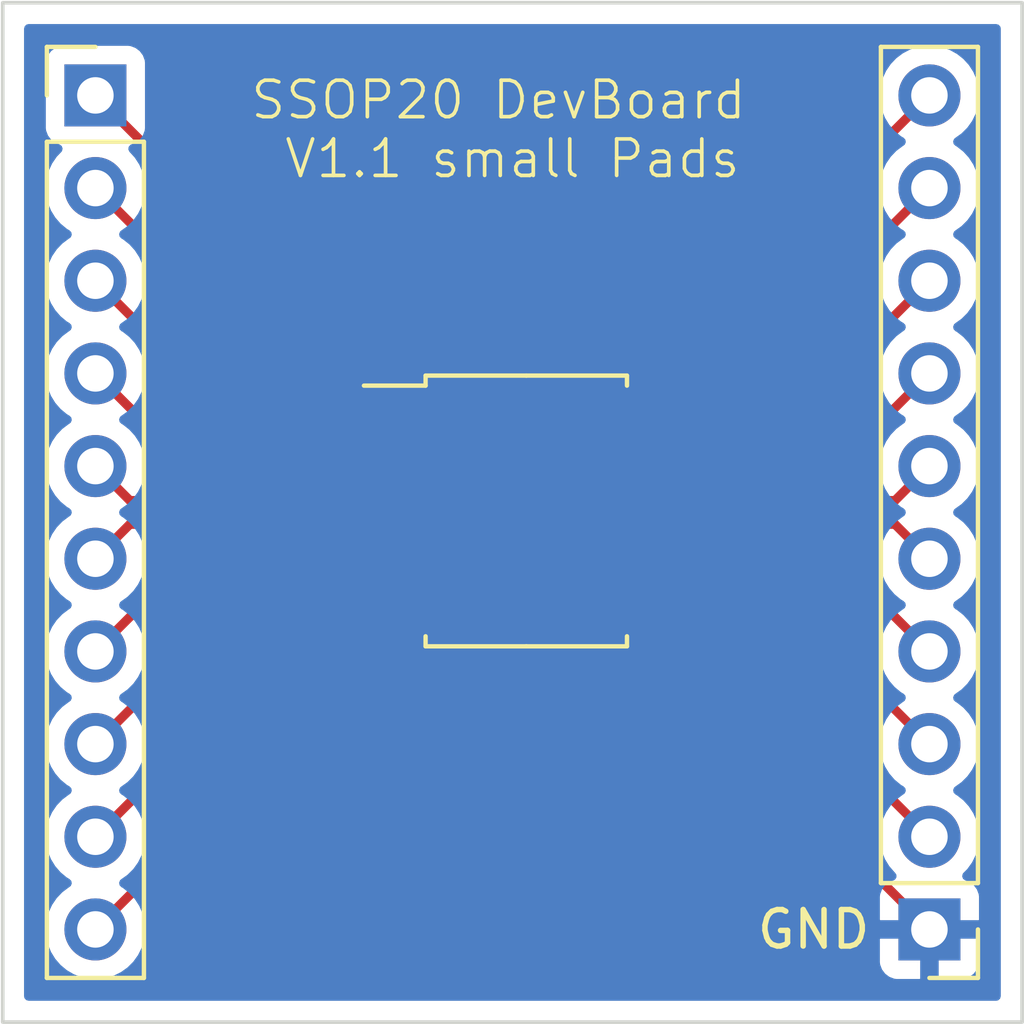
<source format=kicad_pcb>
(kicad_pcb (version 20211014) (generator pcbnew)
  (layers (0 "F.Cu" signal) (31 "B.Cu" signal) (34 "B.Paste" user) (35 "F.Paste" user) (36 "B.SilkS" user "B.Silkscreen") (37 "F.SilkS" user "F.Silkscreen") (38 "B.Mask" user) (39 "F.Mask" user) (44 "Edge.Cuts" user))
  (net 0 "")
  (net 1 "Net-(J1-Pad1)")
  (net 2 "Net-(J1-Pad2)")
  (net 3 "Net-(J1-Pad3)")
  (net 4 "Net-(J1-Pad4)")
  (net 5 "Net-(J1-Pad5)")
  (net 6 "Net-(J1-Pad6)")
  (net 7 "Net-(J1-Pad7)")
  (net 8 "Net-(J1-Pad8)")
  (net 9 "Net-(J1-Pad9)")
  (net 10 "Net-(J1-Pad10)")
  (net 11 "Net-(J2-Pad1)")
  (net 12 "Net-(J2-Pad2)")
  (net 13 "Net-(J2-Pad3)")
  (net 14 "Net-(J2-Pad4)")
  (net 15 "Net-(J2-Pad5)")
  (net 16 "Net-(J2-Pad6)")
  (net 17 "Net-(J2-Pad7)")
  (net 18 "Net-(J2-Pad8)")
  (net 19 "Net-(J2-Pad9)")
  (net 20 "Net-(J2-Pad10)")
  (footprint "MCP3910:MCP310" (layer "F.Cu") (at 90.17 66.04)
    (fp_text reference "U1" hide)
    (fp_text value "AD" hide)
    (fp_line (start 3.14 4.94) (end 3.14 4.665) (layer "F.SilkS") (width 0.12))
    (fp_line (start 0.38 4.94) (end -2.38 4.94) (layer "F.SilkS") (width 0.12))
    (fp_line (start 0.38 -2.48) (end 3.14 -2.48) (layer "F.SilkS") (width 0.12))
    (fp_line (start 3.14 -2.48) (end 3.14 -2.205) (layer "F.SilkS") (width 0.12))
    (fp_line (start -2.38 -2.48) (end -2.38 -2.205) (layer "F.SilkS") (width 0.12))
    (fp_line (start -2.38 4.94) (end -2.38 4.665) (layer "F.SilkS") (width 0.12))
    (fp_line (start -2.38 -2.205) (end -4.07 -2.205) (layer "F.SilkS") (width 0.12))
    (fp_line (start 0.38 -2.48) (end -2.38 -2.48) (layer "F.SilkS") (width 0.12))
    (fp_line (start 0.38 4.94) (end 3.14 4.94) (layer "F.SilkS") (width 0.12))
    (pad "1" smd roundrect (at -3.12 -1.695) (size 1.75 0.4) (layers "F.Cu" "F.Paste" "F.Mask") (net 1 "Net-(J1-Pad1)"))
    (pad "2" smd roundrect (at -3.12 -1.045) (size 1.75 0.4) (layers "F.Cu" "F.Paste" "F.Mask") (net 2 "Net-(J1-Pad2)"))
    (pad "3" smd roundrect (at -3.12 -0.395) (size 1.75 0.4) (layers "F.Cu" "F.Paste" "F.Mask") (net 3 "Net-(J1-Pad3)"))
    (pad "4" smd roundrect (at -3.12 0.255) (size 1.75 0.4) (layers "F.Cu" "F.Paste" "F.Mask") (net 4 "Net-(J1-Pad4)"))
    (pad "5" smd roundrect (at -3.12 0.905) (size 1.75 0.4) (layers "F.Cu" "F.Paste" "F.Mask") (net 5 "Net-(J1-Pad5)"))
    (pad "6" smd roundrect (at -3.12 1.555) (size 1.75 0.4) (layers "F.Cu" "F.Paste" "F.Mask") (net 6 "Net-(J1-Pad6)"))
    (pad "7" smd roundrect (at -3.12 2.205) (size 1.75 0.4) (layers "F.Cu" "F.Paste" "F.Mask") (net 7 "Net-(J1-Pad7)"))
    (pad "8" smd roundrect (at -3.12 2.855) (size 1.75 0.4) (layers "F.Cu" "F.Paste" "F.Mask") (net 8 "Net-(J1-Pad8)"))
    (pad "9" smd roundrect (at -3.12 3.505) (size 1.75 0.4) (layers "F.Cu" "F.Paste" "F.Mask") (net 9 "Net-(J1-Pad9)"))
    (pad "10" smd roundrect (at -3.12 4.155) (size 1.75 0.4) (layers "F.Cu" "F.Paste" "F.Mask") (net 10 "Net-(J1-Pad10)"))
    (pad "11" smd roundrect (at 3.88 4.155) (size 1.75 0.4) (layers "F.Cu" "F.Paste" "F.Mask") (net 11 "Net-(J2-Pad1)"))
    (pad "12" smd roundrect (at 3.88 3.505) (size 1.75 0.4) (layers "F.Cu" "F.Paste" "F.Mask") (net 12 "Net-(J2-Pad2)"))
    (pad "13" smd roundrect (at 3.88 2.855) (size 1.75 0.4) (layers "F.Cu" "F.Paste" "F.Mask") (net 13 "Net-(J2-Pad3)"))
    (pad "14" smd roundrect (at 3.88 2.205) (size 1.75 0.4) (layers "F.Cu" "F.Paste" "F.Mask") (net 14 "Net-(J2-Pad4)"))
    (pad "15" smd roundrect (at 3.88 1.555) (size 1.75 0.4) (layers "F.Cu" "F.Paste" "F.Mask") (net 15 "Net-(J2-Pad5)"))
    (pad "16" smd roundrect (at 3.88 0.905) (size 1.75 0.4) (layers "F.Cu" "F.Paste" "F.Mask") (net 16 "Net-(J2-Pad6)"))
    (pad "17" smd roundrect (at 3.88 0.255) (size 1.75 0.4) (layers "F.Cu" "F.Paste" "F.Mask") (net 17 "Net-(J2-Pad7)"))
    (pad "18" smd roundrect (at 3.88 -0.395) (size 1.75 0.4) (layers "F.Cu" "F.Paste" "F.Mask") (net 18 "Net-(J2-Pad8)"))
    (pad "19" smd roundrect (at 3.88 -1.045) (size 1.75 0.4) (layers "F.Cu" "F.Paste" "F.Mask") (net 19 "Net-(J2-Pad9)"))
    (pad "20" smd roundrect (at 3.88 -1.695) (size 1.75 0.4) (layers "F.Cu" "F.Paste" "F.Mask") (net 20 "Net-(J2-Pad10)"))
  )
  (footprint "Connector_PinHeader_2.54mm:PinHeader_1x10_P2.54mm_Vertical" (layer "F.Cu") (at 78.74 55.88)
    (fp_text reference "J1" hide)
    (fp_text value "Conn_01x10_Male" hide)
    (fp_line (start -1.33 1.27) (end -1.33 24.19) (layer "F.SilkS") (width 0.12))
    (fp_line (start -1.33 1.27) (end 1.33 1.27) (layer "F.SilkS") (width 0.12))
    (fp_line (start 1.33 1.27) (end 1.33 24.19) (layer "F.SilkS") (width 0.12))
    (fp_line (start -1.33 24.19) (end 1.33 24.19) (layer "F.SilkS") (width 0.12))
    (fp_line (start -1.33 -1.33) (end 0 -1.33) (layer "F.SilkS") (width 0.12))
    (fp_line (start -1.33 0) (end -1.33 -1.33) (layer "F.SilkS") (width 0.12))
    (pad "1" thru_hole rect (at 0 0) (size 1.7 1.7) (drill 1) (layers *.Cu *.Mask) (net 1 "Net-(J1-Pad1)"))
    (pad "2" thru_hole oval (at 0 2.54) (size 1.7 1.7) (drill 1) (layers *.Cu *.Mask) (net 2 "Net-(J1-Pad2)"))
    (pad "3" thru_hole oval (at 0 5.08) (size 1.7 1.7) (drill 1) (layers *.Cu *.Mask) (net 3 "Net-(J1-Pad3)"))
    (pad "4" thru_hole oval (at 0 7.62) (size 1.7 1.7) (drill 1) (layers *.Cu *.Mask) (net 4 "Net-(J1-Pad4)"))
    (pad "5" thru_hole oval (at 0 10.16) (size 1.7 1.7) (drill 1) (layers *.Cu *.Mask) (net 5 "Net-(J1-Pad5)"))
    (pad "6" thru_hole oval (at 0 12.7) (size 1.7 1.7) (drill 1) (layers *.Cu *.Mask) (net 6 "Net-(J1-Pad6)"))
    (pad "7" thru_hole oval (at 0 15.24) (size 1.7 1.7) (drill 1) (layers *.Cu *.Mask) (net 7 "Net-(J1-Pad7)"))
    (pad "8" thru_hole oval (at 0 17.78) (size 1.7 1.7) (drill 1) (layers *.Cu *.Mask) (net 8 "Net-(J1-Pad8)"))
    (pad "9" thru_hole oval (at 0 20.32) (size 1.7 1.7) (drill 1) (layers *.Cu *.Mask) (net 9 "Net-(J1-Pad9)"))
    (pad "10" thru_hole oval (at 0 22.86) (size 1.7 1.7) (drill 1) (layers *.Cu *.Mask) (net 10 "Net-(J1-Pad10)"))
  )
  (footprint "Connector_PinHeader_2.54mm:PinHeader_1x10_P2.54mm_Vertical" (layer "F.Cu") (at 101.6 78.74 180)
    (fp_text reference "J2" hide)
    (fp_text value "Conn_01x10_Male" hide)
    (fp_line (start -1.33 1.27) (end -1.33 24.19) (layer "F.SilkS") (width 0.12))
    (fp_line (start -1.33 1.27) (end 1.33 1.27) (layer "F.SilkS") (width 0.12))
    (fp_line (start -1.33 -1.33) (end 0 -1.33) (layer "F.SilkS") (width 0.12))
    (fp_line (start 1.33 1.27) (end 1.33 24.19) (layer "F.SilkS") (width 0.12))
    (fp_line (start -1.33 0) (end -1.33 -1.33) (layer "F.SilkS") (width 0.12))
    (fp_line (start -1.33 24.19) (end 1.33 24.19) (layer "F.SilkS") (width 0.12))
    (pad "1" thru_hole rect (at 0 0 180) (size 1.7 1.7) (drill 1) (layers *.Cu *.Mask) (net 11 "Net-(J2-Pad1)"))
    (pad "2" thru_hole oval (at 0 2.54 180) (size 1.7 1.7) (drill 1) (layers *.Cu *.Mask) (net 12 "Net-(J2-Pad2)"))
    (pad "3" thru_hole oval (at 0 5.08 180) (size 1.7 1.7) (drill 1) (layers *.Cu *.Mask) (net 13 "Net-(J2-Pad3)"))
    (pad "4" thru_hole oval (at 0 7.62 180) (size 1.7 1.7) (drill 1) (layers *.Cu *.Mask) (net 14 "Net-(J2-Pad4)"))
    (pad "5" thru_hole oval (at 0 10.16 180) (size 1.7 1.7) (drill 1) (layers *.Cu *.Mask) (net 15 "Net-(J2-Pad5)"))
    (pad "6" thru_hole oval (at 0 12.7 180) (size 1.7 1.7) (drill 1) (layers *.Cu *.Mask) (net 16 "Net-(J2-Pad6)"))
    (pad "7" thru_hole oval (at 0 15.24 180) (size 1.7 1.7) (drill 1) (layers *.Cu *.Mask) (net 17 "Net-(J2-Pad7)"))
    (pad "8" thru_hole oval (at 0 17.78 180) (size 1.7 1.7) (drill 1) (layers *.Cu *.Mask) (net 18 "Net-(J2-Pad8)"))
    (pad "9" thru_hole oval (at 0 20.32 180) (size 1.7 1.7) (drill 1) (layers *.Cu *.Mask) (net 19 "Net-(J2-Pad9)"))
    (pad "10" thru_hole oval (at 0 22.86 180) (size 1.7 1.7) (drill 1) (layers *.Cu *.Mask) (net 20 "Net-(J2-Pad10)"))
  )
  (gr_rect (start 104.14 53.34) (end 76.2 81.28) (layer "Edge.Cuts") (width 0.1) (fill none))
  (gr_text "SSOP20 DevBoard \nV1.1 small Pads\n\n\n" (at 90.17 58.42) (layer "F.SilkS") (effects (font (size 1 1) (thickness 0.1))))
  (gr_text "GND\n" (at 98.425 78.74) (layer "F.SilkS") (effects (font (size 1 1))))
  (segment (start 86.67 63.81) (end 78.74 55.88) (width 0.25) (layer "F.Cu") (net 1))
  (segment (start 86.67 64.385) (end 86.67 63.81) (width 0.25) (layer "F.Cu") (net 1))
  (segment (start 86.67 65.035) (end 85.355 65.035) (width 0.25) (layer "F.Cu") (net 2))
  (segment (start 85.355 65.035) (end 78.74 58.42) (width 0.25) (layer "F.Cu") (net 2))
  (segment (start 86.67 65.685) (end 83.465 65.685) (width 0.25) (layer "F.Cu") (net 3))
  (segment (start 83.465 65.685) (end 78.74 60.96) (width 0.25) (layer "F.Cu") (net 3))
  (segment (start 81.575 66.335) (end 78.74 63.5) (width 0.25) (layer "F.Cu") (net 4))
  (segment (start 86.67 66.335) (end 81.575 66.335) (width 0.25) (layer "F.Cu") (net 4))
  (segment (start 86.67 66.985) (end 79.685 66.985) (width 0.25) (layer "F.Cu") (net 5))
  (segment (start 79.685 66.985) (end 78.74 66.04) (width 0.25) (layer "F.Cu") (net 5))
  (segment (start 86.67 67.635) (end 79.685 67.635) (width 0.25) (layer "F.Cu") (net 6))
  (segment (start 79.685 67.635) (end 78.74 68.58) (width 0.25) (layer "F.Cu") (net 6))
  (segment (start 81.575 68.285) (end 78.74 71.12) (width 0.25) (layer "F.Cu") (net 7))
  (segment (start 86.67 68.285) (end 81.575 68.285) (width 0.25) (layer "F.Cu") (net 7))
  (segment (start 86.67 68.935) (end 83.465 68.935) (width 0.25) (layer "F.Cu") (net 8))
  (segment (start 83.465 68.935) (end 78.74 73.66) (width 0.25) (layer "F.Cu") (net 8))
  (segment (start 86.67 69.585) (end 85.355 69.585) (width 0.25) (layer "F.Cu") (net 9))
  (segment (start 85.355 69.585) (end 78.74 76.2) (width 0.25) (layer "F.Cu") (net 9))
  (segment (start 86.67 70.81) (end 78.74 78.74) (width 0.25) (layer "F.Cu") (net 10))
  (segment (start 86.67 70.235) (end 86.67 70.81) (width 0.25) (layer "F.Cu") (net 10))
  (segment (start 93.67 70.81) (end 101.6 78.74) (width 0.25) (layer "F.Cu") (net 11))
  (segment (start 93.67 70.235) (end 93.67 70.81) (width 0.25) (layer "F.Cu") (net 11))
  (segment (start 94.985 69.585) (end 101.6 76.2) (width 0.25) (layer "F.Cu") (net 12))
  (segment (start 93.67 69.585) (end 94.985 69.585) (width 0.25) (layer "F.Cu") (net 12))
  (segment (start 93.67 68.935) (end 96.875 68.935) (width 0.25) (layer "F.Cu") (net 13))
  (segment (start 96.875 68.935) (end 101.6 73.66) (width 0.25) (layer "F.Cu") (net 13))
  (segment (start 93.67 68.285) (end 98.765 68.285) (width 0.25) (layer "F.Cu") (net 14))
  (segment (start 98.765 68.285) (end 101.6 71.12) (width 0.25) (layer "F.Cu") (net 14))
  (segment (start 93.67 67.635) (end 100.655 67.635) (width 0.25) (layer "F.Cu") (net 15))
  (segment (start 100.655 67.635) (end 101.6 68.58) (width 0.25) (layer "F.Cu") (net 15))
  (segment (start 93.67 66.985) (end 100.655 66.985) (width 0.25) (layer "F.Cu") (net 16))
  (segment (start 100.655 66.985) (end 101.6 66.04) (width 0.25) (layer "F.Cu") (net 16))
  (segment (start 98.765 66.335) (end 101.6 63.5) (width 0.25) (layer "F.Cu") (net 17))
  (segment (start 93.67 66.335) (end 98.765 66.335) (width 0.25) (layer "F.Cu") (net 17))
  (segment (start 93.67 65.685) (end 96.875 65.685) (width 0.25) (layer "F.Cu") (net 18))
  (segment (start 96.875 65.685) (end 101.6 60.96) (width 0.25) (layer "F.Cu") (net 18))
  (segment (start 94.985 65.035) (end 101.6 58.42) (width 0.25) (layer "F.Cu") (net 19))
  (segment (start 93.67 65.035) (end 94.985 65.035) (width 0.25) (layer "F.Cu") (net 19))
  (segment (start 93.67 63.81) (end 101.6 55.88) (width 0.25) (layer "F.Cu") (net 20))
  (segment (start 93.67 64.385) (end 93.67 63.81) (width 0.25) (layer "F.Cu") (net 20))
  (zone (net 11) (net_name "Net-(J2-Pad1)") (layer "B.Cu") (connect_pads (clearance 0.508)) (min_thickness 0.254) (fill yes (thermal_gap 0.508) (thermal_bridge_width 0.508))
    (polygon (pts (xy 104.14 81.28) (xy 76.2 81.28) (xy 76.2 53.34) (xy 104.14 53.34)))
  )
)
</source>
